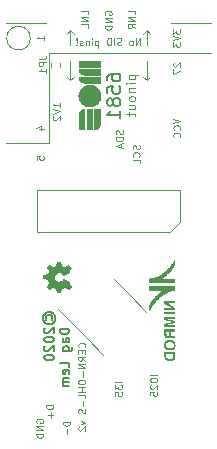
<source format=gbr>
G04 #@! TF.GenerationSoftware,KiCad,Pcbnew,5.1.8-1.fc33*
G04 #@! TF.CreationDate,2020-12-01T15:42:06+01:00*
G04 #@! TF.ProjectId,reDIP-sx,72654449-502d-4737-982e-6b696361645f,0.1*
G04 #@! TF.SameCoordinates,PX5e28010PY8011a50*
G04 #@! TF.FileFunction,Legend,Bot*
G04 #@! TF.FilePolarity,Positive*
%FSLAX46Y46*%
G04 Gerber Fmt 4.6, Leading zero omitted, Abs format (unit mm)*
G04 Created by KiCad (PCBNEW 5.1.8-1.fc33) date 2020-12-01 15:42:06*
%MOMM*%
%LPD*%
G01*
G04 APERTURE LIST*
%ADD10C,0.120000*%
%ADD11C,0.150000*%
%ADD12C,0.100000*%
G04 APERTURE END LIST*
D10*
X6874285Y8112858D02*
X6902857Y8141429D01*
X6931428Y8227143D01*
X6931428Y8284286D01*
X6902857Y8370000D01*
X6845714Y8427143D01*
X6788571Y8455715D01*
X6674285Y8484286D01*
X6588571Y8484286D01*
X6474285Y8455715D01*
X6417142Y8427143D01*
X6360000Y8370000D01*
X6331428Y8284286D01*
X6331428Y8227143D01*
X6360000Y8141429D01*
X6388571Y8112858D01*
X6617142Y7855715D02*
X6617142Y7655715D01*
X6931428Y7570000D02*
X6931428Y7855715D01*
X6331428Y7855715D01*
X6331428Y7570000D01*
X6931428Y6970000D02*
X6645714Y7170000D01*
X6931428Y7312858D02*
X6331428Y7312858D01*
X6331428Y7084286D01*
X6360000Y7027143D01*
X6388571Y6998572D01*
X6445714Y6970000D01*
X6531428Y6970000D01*
X6588571Y6998572D01*
X6617142Y7027143D01*
X6645714Y7084286D01*
X6645714Y7312858D01*
X6931428Y6712858D02*
X6331428Y6712858D01*
X6931428Y6370000D01*
X6331428Y6370000D01*
X6702857Y6084286D02*
X6702857Y5627143D01*
X6331428Y5227143D02*
X6331428Y5112858D01*
X6360000Y5055715D01*
X6417142Y4998572D01*
X6531428Y4970000D01*
X6731428Y4970000D01*
X6845714Y4998572D01*
X6902857Y5055715D01*
X6931428Y5112858D01*
X6931428Y5227143D01*
X6902857Y5284286D01*
X6845714Y5341429D01*
X6731428Y5370000D01*
X6531428Y5370000D01*
X6417142Y5341429D01*
X6360000Y5284286D01*
X6331428Y5227143D01*
X6931428Y4712858D02*
X6331428Y4712858D01*
X6617142Y4712858D02*
X6617142Y4370000D01*
X6931428Y4370000D02*
X6331428Y4370000D01*
X6931428Y3798572D02*
X6931428Y4084286D01*
X6331428Y4084286D01*
X6702857Y3598572D02*
X6702857Y3141429D01*
X6902857Y2884286D02*
X6931428Y2798572D01*
X6931428Y2655715D01*
X6902857Y2598572D01*
X6874285Y2570000D01*
X6817142Y2541429D01*
X6760000Y2541429D01*
X6702857Y2570000D01*
X6674285Y2598572D01*
X6645714Y2655715D01*
X6617142Y2770000D01*
X6588571Y2827143D01*
X6560000Y2855715D01*
X6502857Y2884286D01*
X6445714Y2884286D01*
X6388571Y2855715D01*
X6360000Y2827143D01*
X6331428Y2770000D01*
X6331428Y2627143D01*
X6360000Y2541429D01*
X6531428Y1884286D02*
X6931428Y1741429D01*
X6531428Y1598572D01*
X6388571Y1398572D02*
X6360000Y1370000D01*
X6331428Y1312858D01*
X6331428Y1170000D01*
X6360000Y1112858D01*
X6388571Y1084286D01*
X6445714Y1055715D01*
X6502857Y1055715D01*
X6588571Y1084286D01*
X6931428Y1427143D01*
X6931428Y1055715D01*
X3001428Y26555715D02*
X3401428Y26555715D01*
X2772857Y26698572D02*
X3201428Y26841429D01*
X3201428Y26470000D01*
X3610000Y25400000D02*
X3810000Y25400000D01*
X5670000Y30740000D02*
X5370000Y31040000D01*
X5970000Y31040000D02*
X5670000Y30740000D01*
X5670000Y32370000D02*
X5670000Y30740000D01*
X5670000Y33690000D02*
X5670000Y34980000D01*
X5670000Y34980000D02*
X5970000Y34680000D01*
X5370000Y34680000D02*
X5670000Y34980000D01*
X12130000Y34980000D02*
X12430000Y34680000D01*
X11830000Y34680000D02*
X12130000Y34980000D01*
X12130000Y33690000D02*
X12130000Y34980000D01*
X11580000Y33688572D02*
X11580000Y34288572D01*
X11237142Y33688572D01*
X11237142Y34288572D01*
X10865714Y33688572D02*
X10922857Y33717143D01*
X10951428Y33745715D01*
X10980000Y33802858D01*
X10980000Y33974286D01*
X10951428Y34031429D01*
X10922857Y34060000D01*
X10865714Y34088572D01*
X10780000Y34088572D01*
X10722857Y34060000D01*
X10694285Y34031429D01*
X10665714Y33974286D01*
X10665714Y33802858D01*
X10694285Y33745715D01*
X10722857Y33717143D01*
X10780000Y33688572D01*
X10865714Y33688572D01*
X9980000Y33717143D02*
X9894285Y33688572D01*
X9751428Y33688572D01*
X9694285Y33717143D01*
X9665714Y33745715D01*
X9637142Y33802858D01*
X9637142Y33860000D01*
X9665714Y33917143D01*
X9694285Y33945715D01*
X9751428Y33974286D01*
X9865714Y34002858D01*
X9922857Y34031429D01*
X9951428Y34060000D01*
X9980000Y34117143D01*
X9980000Y34174286D01*
X9951428Y34231429D01*
X9922857Y34260000D01*
X9865714Y34288572D01*
X9722857Y34288572D01*
X9637142Y34260000D01*
X9380000Y33688572D02*
X9380000Y34288572D01*
X9094285Y33688572D02*
X9094285Y34288572D01*
X8951428Y34288572D01*
X8865714Y34260000D01*
X8808571Y34202858D01*
X8780000Y34145715D01*
X8751428Y34031429D01*
X8751428Y33945715D01*
X8780000Y33831429D01*
X8808571Y33774286D01*
X8865714Y33717143D01*
X8951428Y33688572D01*
X9094285Y33688572D01*
X8037142Y34088572D02*
X8037142Y33488572D01*
X8037142Y34060000D02*
X7980000Y34088572D01*
X7865714Y34088572D01*
X7808571Y34060000D01*
X7780000Y34031429D01*
X7751428Y33974286D01*
X7751428Y33802858D01*
X7780000Y33745715D01*
X7808571Y33717143D01*
X7865714Y33688572D01*
X7980000Y33688572D01*
X8037142Y33717143D01*
X7494285Y33688572D02*
X7494285Y34088572D01*
X7494285Y34288572D02*
X7522857Y34260000D01*
X7494285Y34231429D01*
X7465714Y34260000D01*
X7494285Y34288572D01*
X7494285Y34231429D01*
X7208571Y34088572D02*
X7208571Y33688572D01*
X7208571Y34031429D02*
X7180000Y34060000D01*
X7122857Y34088572D01*
X7037142Y34088572D01*
X6980000Y34060000D01*
X6951428Y34002858D01*
X6951428Y33688572D01*
X6694285Y33717143D02*
X6637142Y33688572D01*
X6522857Y33688572D01*
X6465714Y33717143D01*
X6437142Y33774286D01*
X6437142Y33802858D01*
X6465714Y33860000D01*
X6522857Y33888572D01*
X6608571Y33888572D01*
X6665714Y33917143D01*
X6694285Y33974286D01*
X6694285Y34002858D01*
X6665714Y34060000D01*
X6608571Y34088572D01*
X6522857Y34088572D01*
X6465714Y34060000D01*
X6180000Y33745715D02*
X6151428Y33717143D01*
X6180000Y33688572D01*
X6208571Y33717143D01*
X6180000Y33745715D01*
X6180000Y33688572D01*
X6180000Y33917143D02*
X6208571Y34260000D01*
X6180000Y34288572D01*
X6151428Y34260000D01*
X6180000Y33917143D01*
X6180000Y34288572D01*
X14381428Y27470000D02*
X14981428Y27270000D01*
X14381428Y27070000D01*
X14924285Y26527143D02*
X14952857Y26555715D01*
X14981428Y26641429D01*
X14981428Y26698572D01*
X14952857Y26784286D01*
X14895714Y26841429D01*
X14838571Y26870000D01*
X14724285Y26898572D01*
X14638571Y26898572D01*
X14524285Y26870000D01*
X14467142Y26841429D01*
X14410000Y26784286D01*
X14381428Y26698572D01*
X14381428Y26641429D01*
X14410000Y26555715D01*
X14438571Y26527143D01*
X14924285Y25927143D02*
X14952857Y25955715D01*
X14981428Y26041429D01*
X14981428Y26098572D01*
X14952857Y26184286D01*
X14895714Y26241429D01*
X14838571Y26270000D01*
X14724285Y26298572D01*
X14638571Y26298572D01*
X14524285Y26270000D01*
X14467142Y26241429D01*
X14410000Y26184286D01*
X14381428Y26098572D01*
X14381428Y26041429D01*
X14410000Y25955715D01*
X14438571Y25927143D01*
X2801428Y23987143D02*
X2801428Y24272858D01*
X3087142Y24301429D01*
X3058571Y24272858D01*
X3030000Y24215715D01*
X3030000Y24072858D01*
X3058571Y24015715D01*
X3087142Y23987143D01*
X3144285Y23958572D01*
X3287142Y23958572D01*
X3344285Y23987143D01*
X3372857Y24015715D01*
X3401428Y24072858D01*
X3401428Y24215715D01*
X3372857Y24272858D01*
X3344285Y24301429D01*
X3401428Y34118572D02*
X3401428Y34461429D01*
X3401428Y34290000D02*
X2801428Y34290000D01*
X2887142Y34347143D01*
X2944285Y34404286D01*
X2972857Y34461429D01*
X14438571Y32207143D02*
X14410000Y32178572D01*
X14381428Y32121429D01*
X14381428Y31978572D01*
X14410000Y31921429D01*
X14438571Y31892858D01*
X14495714Y31864286D01*
X14552857Y31864286D01*
X14638571Y31892858D01*
X14981428Y32235715D01*
X14981428Y31864286D01*
X14381428Y31664286D02*
X14381428Y31264286D01*
X14981428Y31521429D01*
X12430000Y31040000D02*
X12130000Y30740000D01*
X12130000Y30740000D02*
X11830000Y31040000D01*
X12130000Y32370000D02*
X12130000Y30740000D01*
X3810000Y25400000D02*
X3810000Y33020000D01*
X14170000Y33020000D02*
X3810000Y33020000D01*
X2810000Y1727143D02*
X2781428Y1784286D01*
X2781428Y1870000D01*
X2810000Y1955715D01*
X2867142Y2012858D01*
X2924285Y2041429D01*
X3038571Y2070000D01*
X3124285Y2070000D01*
X3238571Y2041429D01*
X3295714Y2012858D01*
X3352857Y1955715D01*
X3381428Y1870000D01*
X3381428Y1812858D01*
X3352857Y1727143D01*
X3324285Y1698572D01*
X3124285Y1698572D01*
X3124285Y1812858D01*
X3381428Y1441429D02*
X2781428Y1441429D01*
X3381428Y1098572D01*
X2781428Y1098572D01*
X3381428Y812858D02*
X2781428Y812858D01*
X2781428Y670000D01*
X2810000Y584286D01*
X2867142Y527143D01*
X2924285Y498572D01*
X3038571Y470000D01*
X3124285Y470000D01*
X3238571Y498572D01*
X3295714Y527143D01*
X3352857Y584286D01*
X3381428Y670000D01*
X3381428Y812858D01*
X17580000Y33020000D02*
X14170000Y33020000D01*
X10608571Y31176191D02*
X11408571Y31176191D01*
X10646666Y31176191D02*
X10608571Y31100000D01*
X10608571Y30947620D01*
X10646666Y30871429D01*
X10684761Y30833334D01*
X10760952Y30795239D01*
X10989523Y30795239D01*
X11065714Y30833334D01*
X11103809Y30871429D01*
X11141904Y30947620D01*
X11141904Y31100000D01*
X11103809Y31176191D01*
X11141904Y30452381D02*
X10608571Y30452381D01*
X10341904Y30452381D02*
X10380000Y30490477D01*
X10418095Y30452381D01*
X10380000Y30414286D01*
X10341904Y30452381D01*
X10418095Y30452381D01*
X10608571Y30071429D02*
X11141904Y30071429D01*
X10684761Y30071429D02*
X10646666Y30033334D01*
X10608571Y29957143D01*
X10608571Y29842858D01*
X10646666Y29766667D01*
X10722857Y29728572D01*
X11141904Y29728572D01*
X11141904Y29233334D02*
X11103809Y29309524D01*
X11065714Y29347620D01*
X10989523Y29385715D01*
X10760952Y29385715D01*
X10684761Y29347620D01*
X10646666Y29309524D01*
X10608571Y29233334D01*
X10608571Y29119048D01*
X10646666Y29042858D01*
X10684761Y29004762D01*
X10760952Y28966667D01*
X10989523Y28966667D01*
X11065714Y29004762D01*
X11103809Y29042858D01*
X11141904Y29119048D01*
X11141904Y29233334D01*
X10608571Y28280953D02*
X11141904Y28280953D01*
X10608571Y28623810D02*
X11027619Y28623810D01*
X11103809Y28585715D01*
X11141904Y28509524D01*
X11141904Y28395239D01*
X11103809Y28319048D01*
X11065714Y28280953D01*
X10608571Y28014286D02*
X10608571Y27709524D01*
X10341904Y27900000D02*
X11027619Y27900000D01*
X11103809Y27861905D01*
X11141904Y27785715D01*
X11141904Y27709524D01*
X2268237Y34290000D02*
G75*
G03*
X2268237Y34290000I-1000000J0D01*
G01*
X3610000Y25400000D02*
X200000Y25400000D01*
X3610000Y35560000D02*
X200000Y35560000D01*
X17580000Y35560000D02*
X14170000Y35560000D01*
X11141428Y36293429D02*
X11141428Y36579143D01*
X10541428Y36579143D01*
X11141428Y36093429D02*
X10541428Y36093429D01*
X11141428Y35750572D01*
X10541428Y35750572D01*
X11141428Y35122000D02*
X10855714Y35322000D01*
X11141428Y35464858D02*
X10541428Y35464858D01*
X10541428Y35236286D01*
X10570000Y35179143D01*
X10598571Y35150572D01*
X10655714Y35122000D01*
X10741428Y35122000D01*
X10798571Y35150572D01*
X10827142Y35179143D01*
X10855714Y35236286D01*
X10855714Y35464858D01*
X7161428Y36293429D02*
X7161428Y36579143D01*
X6561428Y36579143D01*
X7161428Y36093429D02*
X6561428Y36093429D01*
X7161428Y35750572D01*
X6561428Y35750572D01*
X7161428Y35179143D02*
X7161428Y35464858D01*
X6561428Y35464858D01*
X8590000Y36264858D02*
X8561428Y36322000D01*
X8561428Y36407715D01*
X8590000Y36493429D01*
X8647142Y36550572D01*
X8704285Y36579143D01*
X8818571Y36607715D01*
X8904285Y36607715D01*
X9018571Y36579143D01*
X9075714Y36550572D01*
X9132857Y36493429D01*
X9161428Y36407715D01*
X9161428Y36350572D01*
X9132857Y36264858D01*
X9104285Y36236286D01*
X8904285Y36236286D01*
X8904285Y36350572D01*
X9161428Y35979143D02*
X8561428Y35979143D01*
X9161428Y35636286D01*
X8561428Y35636286D01*
X9161428Y35350572D02*
X8561428Y35350572D01*
X8561428Y35207715D01*
X8590000Y35122000D01*
X8647142Y35064858D01*
X8704285Y35036286D01*
X8818571Y35007715D01*
X8904285Y35007715D01*
X9018571Y35036286D01*
X9075714Y35064858D01*
X9132857Y35122000D01*
X9161428Y35207715D01*
X9161428Y35350572D01*
D11*
X8777619Y30751905D02*
X8777619Y30961429D01*
X8830000Y31066191D01*
X8882380Y31118572D01*
X9039523Y31223334D01*
X9249047Y31275715D01*
X9668095Y31275715D01*
X9772857Y31223334D01*
X9825238Y31170953D01*
X9877619Y31066191D01*
X9877619Y30856667D01*
X9825238Y30751905D01*
X9772857Y30699524D01*
X9668095Y30647143D01*
X9406190Y30647143D01*
X9301428Y30699524D01*
X9249047Y30751905D01*
X9196666Y30856667D01*
X9196666Y31066191D01*
X9249047Y31170953D01*
X9301428Y31223334D01*
X9406190Y31275715D01*
X8777619Y29651905D02*
X8777619Y30175715D01*
X9301428Y30228096D01*
X9249047Y30175715D01*
X9196666Y30070953D01*
X9196666Y29809048D01*
X9249047Y29704286D01*
X9301428Y29651905D01*
X9406190Y29599524D01*
X9668095Y29599524D01*
X9772857Y29651905D01*
X9825238Y29704286D01*
X9877619Y29809048D01*
X9877619Y30070953D01*
X9825238Y30175715D01*
X9772857Y30228096D01*
X9249047Y28970953D02*
X9196666Y29075715D01*
X9144285Y29128096D01*
X9039523Y29180477D01*
X8987142Y29180477D01*
X8882380Y29128096D01*
X8830000Y29075715D01*
X8777619Y28970953D01*
X8777619Y28761429D01*
X8830000Y28656667D01*
X8882380Y28604286D01*
X8987142Y28551905D01*
X9039523Y28551905D01*
X9144285Y28604286D01*
X9196666Y28656667D01*
X9249047Y28761429D01*
X9249047Y28970953D01*
X9301428Y29075715D01*
X9353809Y29128096D01*
X9458571Y29180477D01*
X9668095Y29180477D01*
X9772857Y29128096D01*
X9825238Y29075715D01*
X9877619Y28970953D01*
X9877619Y28761429D01*
X9825238Y28656667D01*
X9772857Y28604286D01*
X9668095Y28551905D01*
X9458571Y28551905D01*
X9353809Y28604286D01*
X9301428Y28656667D01*
X9249047Y28761429D01*
X9877619Y27504286D02*
X9877619Y28132858D01*
X9877619Y27818572D02*
X8777619Y27818572D01*
X8934761Y27923334D01*
X9039523Y28028096D01*
X9091904Y28132858D01*
X3632380Y10441429D02*
X3594285Y10517620D01*
X3594285Y10670000D01*
X3632380Y10746191D01*
X3708571Y10822381D01*
X3784761Y10860477D01*
X3937142Y10860477D01*
X4013333Y10822381D01*
X4089523Y10746191D01*
X4127619Y10670000D01*
X4127619Y10517620D01*
X4089523Y10441429D01*
X3327619Y10593810D02*
X3365714Y10784286D01*
X3480000Y10974762D01*
X3670476Y11089048D01*
X3860952Y11127143D01*
X4051428Y11089048D01*
X4241904Y10974762D01*
X4356190Y10784286D01*
X4394285Y10593810D01*
X4356190Y10403334D01*
X4241904Y10212858D01*
X4051428Y10098572D01*
X3860952Y10060477D01*
X3670476Y10098572D01*
X3480000Y10212858D01*
X3365714Y10403334D01*
X3327619Y10593810D01*
X3518095Y9755715D02*
X3480000Y9717620D01*
X3441904Y9641429D01*
X3441904Y9450953D01*
X3480000Y9374762D01*
X3518095Y9336667D01*
X3594285Y9298572D01*
X3670476Y9298572D01*
X3784761Y9336667D01*
X4241904Y9793810D01*
X4241904Y9298572D01*
X3441904Y8803334D02*
X3441904Y8727143D01*
X3480000Y8650953D01*
X3518095Y8612858D01*
X3594285Y8574762D01*
X3746666Y8536667D01*
X3937142Y8536667D01*
X4089523Y8574762D01*
X4165714Y8612858D01*
X4203809Y8650953D01*
X4241904Y8727143D01*
X4241904Y8803334D01*
X4203809Y8879524D01*
X4165714Y8917620D01*
X4089523Y8955715D01*
X3937142Y8993810D01*
X3746666Y8993810D01*
X3594285Y8955715D01*
X3518095Y8917620D01*
X3480000Y8879524D01*
X3441904Y8803334D01*
X3518095Y8231905D02*
X3480000Y8193810D01*
X3441904Y8117620D01*
X3441904Y7927143D01*
X3480000Y7850953D01*
X3518095Y7812858D01*
X3594285Y7774762D01*
X3670476Y7774762D01*
X3784761Y7812858D01*
X4241904Y8270000D01*
X4241904Y7774762D01*
X3441904Y7279524D02*
X3441904Y7203334D01*
X3480000Y7127143D01*
X3518095Y7089048D01*
X3594285Y7050953D01*
X3746666Y7012858D01*
X3937142Y7012858D01*
X4089523Y7050953D01*
X4165714Y7089048D01*
X4203809Y7127143D01*
X4241904Y7203334D01*
X4241904Y7279524D01*
X4203809Y7355715D01*
X4165714Y7393810D01*
X4089523Y7431905D01*
X3937142Y7470000D01*
X3746666Y7470000D01*
X3594285Y7431905D01*
X3518095Y7393810D01*
X3480000Y7355715D01*
X3441904Y7279524D01*
X5561904Y9678096D02*
X4761904Y9678096D01*
X4761904Y9487620D01*
X4800000Y9373334D01*
X4876190Y9297143D01*
X4952380Y9259048D01*
X5104761Y9220953D01*
X5219047Y9220953D01*
X5371428Y9259048D01*
X5447619Y9297143D01*
X5523809Y9373334D01*
X5561904Y9487620D01*
X5561904Y9678096D01*
X5561904Y8535239D02*
X5142857Y8535239D01*
X5066666Y8573334D01*
X5028571Y8649524D01*
X5028571Y8801905D01*
X5066666Y8878096D01*
X5523809Y8535239D02*
X5561904Y8611429D01*
X5561904Y8801905D01*
X5523809Y8878096D01*
X5447619Y8916191D01*
X5371428Y8916191D01*
X5295238Y8878096D01*
X5257142Y8801905D01*
X5257142Y8611429D01*
X5219047Y8535239D01*
X5028571Y7811429D02*
X5676190Y7811429D01*
X5752380Y7849524D01*
X5790476Y7887620D01*
X5828571Y7963810D01*
X5828571Y8078096D01*
X5790476Y8154286D01*
X5523809Y7811429D02*
X5561904Y7887620D01*
X5561904Y8040000D01*
X5523809Y8116191D01*
X5485714Y8154286D01*
X5409523Y8192381D01*
X5180952Y8192381D01*
X5104761Y8154286D01*
X5066666Y8116191D01*
X5028571Y8040000D01*
X5028571Y7887620D01*
X5066666Y7811429D01*
X5561904Y6440000D02*
X5561904Y6820953D01*
X4761904Y6820953D01*
X5523809Y5868572D02*
X5561904Y5944762D01*
X5561904Y6097143D01*
X5523809Y6173334D01*
X5447619Y6211429D01*
X5142857Y6211429D01*
X5066666Y6173334D01*
X5028571Y6097143D01*
X5028571Y5944762D01*
X5066666Y5868572D01*
X5142857Y5830477D01*
X5219047Y5830477D01*
X5295238Y6211429D01*
X5561904Y5487620D02*
X5028571Y5487620D01*
X5104761Y5487620D02*
X5066666Y5449524D01*
X5028571Y5373334D01*
X5028571Y5259048D01*
X5066666Y5182858D01*
X5142857Y5144762D01*
X5561904Y5144762D01*
X5142857Y5144762D02*
X5066666Y5106667D01*
X5028571Y5030477D01*
X5028571Y4916191D01*
X5066666Y4840000D01*
X5142857Y4801905D01*
X5561904Y4801905D01*
D10*
X11492857Y25204286D02*
X11521428Y25118572D01*
X11521428Y24975715D01*
X11492857Y24918572D01*
X11464285Y24890000D01*
X11407142Y24861429D01*
X11350000Y24861429D01*
X11292857Y24890000D01*
X11264285Y24918572D01*
X11235714Y24975715D01*
X11207142Y25090000D01*
X11178571Y25147143D01*
X11150000Y25175715D01*
X11092857Y25204286D01*
X11035714Y25204286D01*
X10978571Y25175715D01*
X10950000Y25147143D01*
X10921428Y25090000D01*
X10921428Y24947143D01*
X10950000Y24861429D01*
X11464285Y24261429D02*
X11492857Y24290000D01*
X11521428Y24375715D01*
X11521428Y24432858D01*
X11492857Y24518572D01*
X11435714Y24575715D01*
X11378571Y24604286D01*
X11264285Y24632858D01*
X11178571Y24632858D01*
X11064285Y24604286D01*
X11007142Y24575715D01*
X10950000Y24518572D01*
X10921428Y24432858D01*
X10921428Y24375715D01*
X10950000Y24290000D01*
X10978571Y24261429D01*
X11521428Y23718572D02*
X11521428Y24004286D01*
X10921428Y24004286D01*
X10092857Y26488572D02*
X10121428Y26402858D01*
X10121428Y26260000D01*
X10092857Y26202858D01*
X10064285Y26174286D01*
X10007142Y26145715D01*
X9950000Y26145715D01*
X9892857Y26174286D01*
X9864285Y26202858D01*
X9835714Y26260000D01*
X9807142Y26374286D01*
X9778571Y26431429D01*
X9750000Y26460000D01*
X9692857Y26488572D01*
X9635714Y26488572D01*
X9578571Y26460000D01*
X9550000Y26431429D01*
X9521428Y26374286D01*
X9521428Y26231429D01*
X9550000Y26145715D01*
X10121428Y25888572D02*
X9521428Y25888572D01*
X9521428Y25745715D01*
X9550000Y25660000D01*
X9607142Y25602858D01*
X9664285Y25574286D01*
X9778571Y25545715D01*
X9864285Y25545715D01*
X9978571Y25574286D01*
X10035714Y25602858D01*
X10092857Y25660000D01*
X10121428Y25745715D01*
X10121428Y25888572D01*
X9950000Y25317143D02*
X9950000Y25031429D01*
X10121428Y25374286D02*
X9521428Y25174286D01*
X10121428Y24974286D01*
X4751428Y28451429D02*
X4751428Y28794286D01*
X4751428Y28622858D02*
X4151428Y28622858D01*
X4237142Y28680000D01*
X4294285Y28737143D01*
X4322857Y28794286D01*
X4151428Y28280000D02*
X4751428Y28080000D01*
X4151428Y27880000D01*
X4208571Y27708572D02*
X4180000Y27680000D01*
X4151428Y27622858D01*
X4151428Y27480000D01*
X4180000Y27422858D01*
X4208571Y27394286D01*
X4265714Y27365715D01*
X4322857Y27365715D01*
X4408571Y27394286D01*
X4751428Y27737143D01*
X4751428Y27365715D01*
X14381428Y35032858D02*
X14381428Y34661429D01*
X14610000Y34861429D01*
X14610000Y34775715D01*
X14638571Y34718572D01*
X14667142Y34690000D01*
X14724285Y34661429D01*
X14867142Y34661429D01*
X14924285Y34690000D01*
X14952857Y34718572D01*
X14981428Y34775715D01*
X14981428Y34947143D01*
X14952857Y35004286D01*
X14924285Y35032858D01*
X14381428Y34490000D02*
X14981428Y34290000D01*
X14381428Y34090000D01*
X14381428Y33947143D02*
X14381428Y33575715D01*
X14610000Y33775715D01*
X14610000Y33690000D01*
X14638571Y33632858D01*
X14667142Y33604286D01*
X14724285Y33575715D01*
X14867142Y33575715D01*
X14924285Y33604286D01*
X14952857Y33632858D01*
X14981428Y33690000D01*
X14981428Y33861429D01*
X14952857Y33918572D01*
X14924285Y33947143D01*
X10031428Y5171429D02*
X9431428Y5171429D01*
X9431428Y4942858D02*
X9431428Y4571429D01*
X9660000Y4771429D01*
X9660000Y4685715D01*
X9688571Y4628572D01*
X9717142Y4600000D01*
X9774285Y4571429D01*
X9917142Y4571429D01*
X9974285Y4600000D01*
X10002857Y4628572D01*
X10031428Y4685715D01*
X10031428Y4857143D01*
X10002857Y4914286D01*
X9974285Y4942858D01*
X9431428Y4028572D02*
X9431428Y4314286D01*
X9717142Y4342858D01*
X9688571Y4314286D01*
X9660000Y4257143D01*
X9660000Y4114286D01*
X9688571Y4057143D01*
X9717142Y4028572D01*
X9774285Y4000000D01*
X9917142Y4000000D01*
X9974285Y4028572D01*
X10002857Y4057143D01*
X10031428Y4114286D01*
X10031428Y4257143D01*
X10002857Y4314286D01*
X9974285Y4342858D01*
X13031428Y5805715D02*
X12431428Y5805715D01*
X12431428Y5405715D02*
X12431428Y5291429D01*
X12460000Y5234286D01*
X12517142Y5177143D01*
X12631428Y5148572D01*
X12831428Y5148572D01*
X12945714Y5177143D01*
X13002857Y5234286D01*
X13031428Y5291429D01*
X13031428Y5405715D01*
X13002857Y5462858D01*
X12945714Y5520000D01*
X12831428Y5548572D01*
X12631428Y5548572D01*
X12517142Y5520000D01*
X12460000Y5462858D01*
X12431428Y5405715D01*
X12488571Y4920000D02*
X12460000Y4891429D01*
X12431428Y4834286D01*
X12431428Y4691429D01*
X12460000Y4634286D01*
X12488571Y4605715D01*
X12545714Y4577143D01*
X12602857Y4577143D01*
X12688571Y4605715D01*
X13031428Y4948572D01*
X13031428Y4577143D01*
X12431428Y4034286D02*
X12431428Y4320000D01*
X12717142Y4348572D01*
X12688571Y4320000D01*
X12660000Y4262858D01*
X12660000Y4120000D01*
X12688571Y4062858D01*
X12717142Y4034286D01*
X12774285Y4005715D01*
X12917142Y4005715D01*
X12974285Y4034286D01*
X13002857Y4062858D01*
X13031428Y4120000D01*
X13031428Y4262858D01*
X13002857Y4320000D01*
X12974285Y4348572D01*
X4231428Y3218572D02*
X3631428Y3218572D01*
X3631428Y3075715D01*
X3660000Y2990000D01*
X3717142Y2932858D01*
X3774285Y2904286D01*
X3888571Y2875715D01*
X3974285Y2875715D01*
X4088571Y2904286D01*
X4145714Y2932858D01*
X4202857Y2990000D01*
X4231428Y3075715D01*
X4231428Y3218572D01*
X4002857Y2618572D02*
X4002857Y2161429D01*
X4231428Y2390000D02*
X3774285Y2390000D01*
X5641428Y1828572D02*
X5041428Y1828572D01*
X5041428Y1685715D01*
X5070000Y1600000D01*
X5127142Y1542858D01*
X5184285Y1514286D01*
X5298571Y1485715D01*
X5384285Y1485715D01*
X5498571Y1514286D01*
X5555714Y1542858D01*
X5612857Y1600000D01*
X5641428Y1685715D01*
X5641428Y1828572D01*
X5412857Y1228572D02*
X5412857Y771429D01*
X2875000Y17910000D02*
X14105000Y17910000D01*
X2875000Y21410000D02*
X2875000Y17910000D01*
X14905000Y21410000D02*
X2875000Y21410000D01*
X14905000Y18710000D02*
X14905000Y21410000D01*
X14105000Y17910000D02*
X14905000Y18710000D01*
X4040000Y32183641D02*
X4040000Y31876359D01*
X4800000Y32183641D02*
X4800000Y31876359D01*
D12*
G36*
X7310000Y28419214D02*
G01*
X7467156Y28431936D01*
X7616237Y28468768D01*
X7755251Y28527708D01*
X7882201Y28606755D01*
X7995094Y28703909D01*
X8091933Y28817167D01*
X8170725Y28944529D01*
X8229475Y29083993D01*
X8266188Y29233559D01*
X8278869Y29391224D01*
X8266188Y29548889D01*
X8229475Y29698454D01*
X8170725Y29837918D01*
X8091933Y29965280D01*
X7995094Y30078538D01*
X7882201Y30175692D01*
X7755251Y30254739D01*
X7616237Y30313679D01*
X7467156Y30350511D01*
X7310000Y30363233D01*
X7152844Y30350511D01*
X7003763Y30313679D01*
X6864749Y30254739D01*
X6737799Y30175692D01*
X6624906Y30078538D01*
X6528067Y29965280D01*
X6449275Y29837918D01*
X6390525Y29698454D01*
X6353812Y29548889D01*
X6341131Y29391224D01*
X6353812Y29233559D01*
X6390525Y29083993D01*
X6449275Y28944529D01*
X6528067Y28817167D01*
X6624906Y28703909D01*
X6737799Y28606755D01*
X6864749Y28527708D01*
X7003763Y28468768D01*
X7152844Y28431936D01*
X7310000Y28419214D01*
G37*
G36*
X6363579Y32323247D02*
G01*
X6363579Y31835192D01*
X6397258Y31801513D01*
X8234900Y31801513D01*
X8268579Y31835192D01*
X8268579Y32323247D01*
X8234900Y32356927D01*
X6397258Y32356927D01*
X6363579Y32323247D01*
G37*
G36*
X6360700Y31666259D02*
G01*
X6360700Y31621752D01*
X6397113Y31460943D01*
X6477416Y31320164D01*
X6592340Y31207928D01*
X6732619Y31132748D01*
X6888983Y31103137D01*
X8234268Y31103137D01*
X8268473Y31137342D01*
X8268473Y31666259D01*
X8234268Y31700464D01*
X6394906Y31700464D01*
X6360700Y31666259D01*
G37*
G36*
X6360192Y30987020D02*
G01*
X6360192Y30942622D01*
X6395944Y30773530D01*
X6482022Y30631551D01*
X6604945Y30522753D01*
X6751236Y30453205D01*
X6907414Y30428977D01*
X8235566Y30428977D01*
X8269432Y30462844D01*
X8269432Y30987020D01*
X8235566Y31020887D01*
X6394059Y31020887D01*
X6360192Y30987020D01*
G37*
G36*
X6361886Y27790920D02*
G01*
X6361886Y26575040D01*
X6395752Y26541173D01*
X6896979Y26541173D01*
X6930846Y26575040D01*
X6930846Y28291233D01*
X6896979Y28325100D01*
X6845520Y28325100D01*
X6712651Y28298068D01*
X6583150Y28230562D01*
X6471720Y28123154D01*
X6393065Y27976416D01*
X6361886Y27790920D01*
G37*
G36*
X7041572Y28290498D02*
G01*
X7041572Y26558188D01*
X7075438Y26524322D01*
X7551707Y26524322D01*
X7585574Y26558188D01*
X7585574Y28290498D01*
X7551707Y28324365D01*
X7075438Y28324365D01*
X7041572Y28290498D01*
G37*
G36*
X7692846Y28285307D02*
G01*
X7692846Y26536940D01*
X7726712Y26503073D01*
X7768432Y26503073D01*
X7873901Y26523419D01*
X7986269Y26569879D01*
X8093771Y26647262D01*
X8184642Y26760376D01*
X8247115Y26914028D01*
X8269425Y27113025D01*
X8269425Y28285307D01*
X8235559Y28319173D01*
X7726712Y28319173D01*
X7692846Y28285307D01*
G37*
G36*
X14319035Y8489591D02*
G01*
X13985462Y8741386D01*
X14080910Y8746942D01*
X14174777Y8741386D01*
X14259412Y8724717D01*
X14334818Y8696936D01*
X14400994Y8658042D01*
X14457941Y8608036D01*
X14504611Y8550492D01*
X14537942Y8481393D01*
X14557937Y8400738D01*
X14564601Y8308528D01*
X14557937Y8216327D01*
X14537942Y8135673D01*
X14504611Y8066565D01*
X14457941Y8009002D01*
X14400994Y7959222D01*
X14334818Y7920502D01*
X14259412Y7892842D01*
X14174777Y7876246D01*
X14080910Y7870713D01*
X13985462Y7876246D01*
X13900036Y7892842D01*
X13824630Y7920502D01*
X13759245Y7959222D01*
X13703878Y8009002D01*
X13657218Y8066565D01*
X13623886Y8135673D01*
X13603885Y8216327D01*
X13597218Y8308528D01*
X13603885Y8400738D01*
X13623886Y8481393D01*
X13657218Y8550492D01*
X13703878Y8608036D01*
X13759245Y8658042D01*
X13824630Y8696936D01*
X13900036Y8724717D01*
X13985462Y8741386D01*
X14319035Y8489591D01*
X14255370Y8527153D01*
X14175995Y8549678D01*
X14080910Y8557183D01*
X13985825Y8549678D01*
X13906450Y8527153D01*
X13842785Y8489591D01*
X13796276Y8439438D01*
X13768371Y8379083D01*
X13759069Y8308528D01*
X13768408Y8238070D01*
X13796420Y8178026D01*
X13843095Y8128382D01*
X13906870Y8091348D01*
X13986143Y8069119D01*
X14080910Y8061707D01*
X14175995Y8069119D01*
X14255370Y8091348D01*
X14319035Y8128382D01*
X14365544Y8178026D01*
X14393449Y8238070D01*
X14402751Y8308528D01*
X14393449Y8379083D01*
X14365544Y8439438D01*
X14319035Y8489591D01*
G37*
G36*
X13799996Y9123674D02*
G01*
X13625124Y9625359D01*
X14539176Y9625359D01*
X14539176Y9438704D01*
X14180749Y9438704D01*
X14180749Y9241501D01*
X14188040Y9170580D01*
X14209894Y9126461D01*
X14253615Y9103135D01*
X14326476Y9094534D01*
X14411432Y9093300D01*
X14490187Y9085239D01*
X14539176Y9072821D01*
X14539176Y8862600D01*
X14516232Y8862600D01*
X14464142Y8897331D01*
X14379187Y8902288D01*
X14317795Y8902288D01*
X14234009Y8908885D01*
X14174858Y8928658D01*
X14133395Y8964234D01*
X14102614Y9018264D01*
X14067350Y8953308D01*
X14013628Y8909732D01*
X13950145Y8885092D01*
X13885573Y8876870D01*
X13834571Y8881216D01*
X13789455Y8894227D01*
X13712560Y8941358D01*
X13675516Y8981286D01*
X13648688Y9029112D01*
X13631950Y9091990D01*
X13625124Y9177014D01*
X13625124Y9625359D01*
X13799996Y9123674D01*
X13842175Y9082286D01*
X13911619Y9068482D01*
X13975805Y9082751D01*
X14014557Y9125543D01*
X14025720Y9165853D01*
X14029441Y9222275D01*
X14029441Y9438704D01*
X13783874Y9438704D01*
X13783874Y9216701D01*
X13787910Y9162435D01*
X13799996Y9123674D01*
G37*
G36*
X14343840Y10264045D02*
G01*
X13625124Y10099104D01*
X13625124Y9824396D01*
X14539176Y9824396D01*
X14539176Y10002355D01*
X13920920Y10002355D01*
X13846196Y10001738D01*
X13772091Y10001120D01*
X14539176Y10174140D01*
X14539176Y10359542D01*
X13772091Y10531328D01*
X13846196Y10530710D01*
X13920920Y10530075D01*
X14539176Y10530075D01*
X14539176Y10708052D01*
X13625124Y10708052D01*
X13625124Y10430239D01*
X14343840Y10264045D01*
G37*
G36*
X13625124Y11090339D02*
G01*
X14539176Y11090339D01*
X14539176Y10900580D01*
X13625124Y10900580D01*
X13625124Y11090339D01*
G37*
G36*
X14539176Y12013047D02*
G01*
X13625124Y12013047D01*
X13625124Y11812740D01*
X14263225Y11448744D01*
X13625124Y11448744D01*
X13625124Y11270767D01*
X14539176Y11270767D01*
X14539176Y11461761D01*
X13889914Y11835071D01*
X14539176Y11835071D01*
X14539176Y12013047D01*
G37*
G36*
X12335857Y13936832D02*
G01*
X12344059Y13936832D01*
X12424475Y13940341D01*
X12505219Y13948922D01*
X12586167Y13962371D01*
X12667193Y13980479D01*
X12748174Y14003041D01*
X12828986Y14029850D01*
X12909504Y14060699D01*
X12989604Y14095381D01*
X13069161Y14133689D01*
X13148051Y14175417D01*
X13226150Y14220359D01*
X13303333Y14268307D01*
X13379477Y14319054D01*
X13454456Y14372395D01*
X13528146Y14428122D01*
X13600424Y14486029D01*
X13671164Y14545909D01*
X13740242Y14607555D01*
X13807535Y14670761D01*
X13872917Y14735320D01*
X13936264Y14801024D01*
X13997453Y14867668D01*
X14056358Y14935045D01*
X14112855Y15002948D01*
X14166820Y15071171D01*
X14218129Y15139506D01*
X14266657Y15207747D01*
X14312280Y15275687D01*
X14354873Y15343120D01*
X14394313Y15409839D01*
X14430474Y15475637D01*
X14463233Y15540307D01*
X14492465Y15603643D01*
X14518046Y15665439D01*
X14539852Y15725486D01*
X14539721Y15689805D01*
X14539745Y15609348D01*
X14539858Y15502192D01*
X14539993Y15386412D01*
X14540085Y15280085D01*
X14540067Y15201288D01*
X14539873Y15168097D01*
X14509903Y15098735D01*
X14475904Y15028859D01*
X14438027Y14958649D01*
X14396423Y14888287D01*
X14351243Y14817951D01*
X14302638Y14747821D01*
X14250759Y14678079D01*
X14195755Y14608903D01*
X14137780Y14540473D01*
X14076982Y14472970D01*
X14013514Y14406574D01*
X13947525Y14341464D01*
X13879168Y14277820D01*
X13808592Y14215823D01*
X13735949Y14155652D01*
X13661389Y14097488D01*
X13585064Y14041510D01*
X13507124Y13987898D01*
X13427720Y13936832D01*
X14539314Y13936832D01*
X14539314Y13519602D01*
X12335857Y13518491D01*
X12335857Y13936832D01*
G37*
G36*
X12335945Y11661328D02*
G01*
X12365914Y11730672D01*
X12399912Y11800497D01*
X12437788Y11870627D01*
X12479391Y11940885D01*
X12524571Y12011095D01*
X12573176Y12081082D01*
X12625056Y12150669D01*
X12680060Y12219680D01*
X12738036Y12287938D01*
X12798834Y12355268D01*
X12862304Y12421493D01*
X12928293Y12486437D01*
X12996651Y12549925D01*
X13067227Y12611779D01*
X13139871Y12671824D01*
X13214431Y12729883D01*
X13290757Y12785781D01*
X13368697Y12839342D01*
X13448100Y12890388D01*
X12336510Y12890388D01*
X12336510Y13307618D01*
X14539948Y13307618D01*
X14539948Y12890388D01*
X14531763Y12890388D01*
X14451347Y12886872D01*
X14370603Y12878267D01*
X14289655Y12864781D01*
X14208629Y12846621D01*
X14127647Y12823996D01*
X14046836Y12797113D01*
X13966318Y12766178D01*
X13886218Y12731401D01*
X13806661Y12692989D01*
X13727771Y12651149D01*
X13649672Y12606089D01*
X13572488Y12558016D01*
X13496345Y12507139D01*
X13421366Y12453664D01*
X13347675Y12397799D01*
X13275398Y12339753D01*
X13204658Y12279732D01*
X13135579Y12217945D01*
X13068286Y12154598D01*
X13002904Y12089900D01*
X12939557Y12024059D01*
X12878368Y11957280D01*
X12819463Y11889774D01*
X12762965Y11821746D01*
X12709000Y11753405D01*
X12657691Y11684958D01*
X12609162Y11616613D01*
X12563539Y11548577D01*
X12520945Y11481059D01*
X12481505Y11414265D01*
X12445343Y11348404D01*
X12412584Y11283683D01*
X12383351Y11220309D01*
X12357769Y11158491D01*
X12335963Y11098435D01*
X12335783Y11129607D01*
X12335707Y11210106D01*
X12335708Y11320186D01*
X12335760Y11440096D01*
X12335835Y11550089D01*
X12335906Y11630415D01*
X12335945Y11661328D01*
G37*
G36*
X13861168Y7192321D02*
G01*
X14304474Y6995672D01*
X14230758Y6972807D01*
X14150065Y6959087D01*
X14062396Y6954514D01*
X13988610Y6958860D01*
X13911088Y6971870D01*
X13834508Y6996845D01*
X13763499Y7036993D01*
X13713132Y7080748D01*
X13674476Y7132633D01*
X13647531Y7192639D01*
X13633276Y7256218D01*
X13627687Y7334032D01*
X13627687Y7727803D01*
X14541747Y7727803D01*
X14541747Y7334032D01*
X14534926Y7255501D01*
X14514463Y7185602D01*
X14480358Y7124332D01*
X14432608Y7071692D01*
X14371214Y7027680D01*
X14304474Y6995672D01*
X13861168Y7192321D01*
X13918187Y7168038D01*
X13989603Y7153469D01*
X14075419Y7148612D01*
X14169529Y7155906D01*
X14249671Y7177751D01*
X14323744Y7222407D01*
X14368184Y7285249D01*
X14382997Y7366276D01*
X14382997Y7542383D01*
X13786437Y7542383D01*
X13786437Y7366276D01*
X13794743Y7289070D01*
X13819656Y7231086D01*
X13861168Y7192321D01*
G37*
D10*
X10700193Y12500193D02*
X12079052Y11121335D01*
X10700193Y12500193D02*
X9321335Y13879052D01*
X7079807Y8879807D02*
X8458665Y7500948D01*
X7079807Y8879807D02*
X4640288Y11319325D01*
D12*
G36*
X4526541Y12726016D02*
G01*
X4465879Y13052228D01*
X4449269Y13071536D01*
X4215986Y13171528D01*
X4190765Y13169941D01*
X3913746Y12979877D01*
X3891204Y12981961D01*
X3653813Y13219352D01*
X3651729Y13241874D01*
X3845166Y13523755D01*
X3846992Y13549095D01*
X3754421Y13775235D01*
X3735331Y13791904D01*
X3397928Y13854709D01*
X3383462Y13872112D01*
X3383462Y14207868D01*
X3397928Y14225251D01*
X3735331Y14288037D01*
X3754421Y14304706D01*
X3846992Y14530865D01*
X3845166Y14556205D01*
X3651729Y14838066D01*
X3653813Y14860609D01*
X3891204Y15098019D01*
X3913746Y15100103D01*
X4190765Y14910019D01*
X4215986Y14908452D01*
X4449269Y15008464D01*
X4465879Y15027772D01*
X4526541Y15353964D01*
X4543964Y15368430D01*
X4879700Y15368410D01*
X4897123Y15353944D01*
X4956337Y15035749D01*
X4973065Y15016858D01*
X5221211Y14917520D01*
X5246552Y14919406D01*
X5509938Y15100142D01*
X5532500Y15098059D01*
X5769891Y14860628D01*
X5771974Y14838086D01*
X5594393Y14579363D01*
X5593539Y14554558D01*
X5654460Y14440457D01*
X5647554Y14421704D01*
X5079090Y14186437D01*
X5057838Y14193343D01*
X5040355Y14221898D01*
X5026524Y14239956D01*
X4945324Y14330162D01*
X4838596Y14389773D01*
X4713767Y14411306D01*
X4596407Y14392376D01*
X4494482Y14339663D01*
X4414108Y14259286D01*
X4361399Y14157362D01*
X4342470Y14040010D01*
X4361399Y13922660D01*
X4414108Y13820741D01*
X4494482Y13740370D01*
X4596407Y13687662D01*
X4713767Y13668733D01*
X4838596Y13690262D01*
X4945324Y13749869D01*
X5026524Y13840084D01*
X5040355Y13858102D01*
X5057838Y13886657D01*
X5079090Y13893563D01*
X5647574Y13658315D01*
X5654479Y13639563D01*
X5593559Y13525461D01*
X5594412Y13500657D01*
X5771994Y13241914D01*
X5769911Y13219391D01*
X5532520Y12981961D01*
X5509957Y12979877D01*
X5246571Y13160634D01*
X5221231Y13162499D01*
X4973085Y13063162D01*
X4956357Y13044290D01*
X4897143Y12726096D01*
X4879720Y12711630D01*
X4543984Y12711590D01*
X4526541Y12726016D01*
G37*
D10*
X2991428Y32520000D02*
X3420000Y32520000D01*
X3505714Y32548572D01*
X3562857Y32605715D01*
X3591428Y32691429D01*
X3591428Y32748572D01*
X3591428Y32234286D02*
X2991428Y32234286D01*
X2991428Y32005715D01*
X3020000Y31948572D01*
X3048571Y31920000D01*
X3105714Y31891429D01*
X3191428Y31891429D01*
X3248571Y31920000D01*
X3277142Y31948572D01*
X3305714Y32005715D01*
X3305714Y32234286D01*
X3591428Y31320000D02*
X3591428Y31662858D01*
X3591428Y31491429D02*
X2991428Y31491429D01*
X3077142Y31548572D01*
X3134285Y31605715D01*
X3162857Y31662858D01*
M02*

</source>
